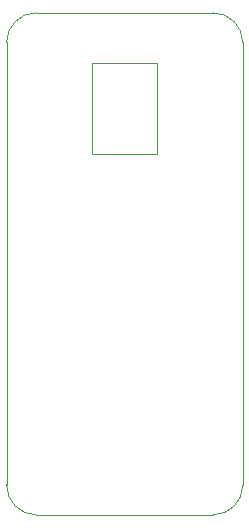
<source format=gm1>
%TF.GenerationSoftware,KiCad,Pcbnew,(6.0.4)*%
%TF.CreationDate,2023-01-26T18:28:49+01:00*%
%TF.ProjectId,hair-01,68616972-2d30-4312-9e6b-696361645f70,rev?*%
%TF.SameCoordinates,Original*%
%TF.FileFunction,Profile,NP*%
%FSLAX46Y46*%
G04 Gerber Fmt 4.6, Leading zero omitted, Abs format (unit mm)*
G04 Created by KiCad (PCBNEW (6.0.4)) date 2023-01-26 18:28:49*
%MOMM*%
%LPD*%
G01*
G04 APERTURE LIST*
%TA.AperFunction,Profile*%
%ADD10C,0.100000*%
%TD*%
%TA.AperFunction,Profile*%
%ADD11C,0.120000*%
%TD*%
G04 APERTURE END LIST*
D10*
X158590000Y-78700000D02*
X158590000Y-116200000D01*
X141090000Y-76200000D02*
G75*
G03*
X138590000Y-78700000I0J-2500000D01*
G01*
X141090000Y-76200000D02*
X156090000Y-76200000D01*
X158590000Y-78700000D02*
G75*
G03*
X156090000Y-76200000I-2500000J0D01*
G01*
X156090000Y-118700000D02*
G75*
G03*
X158590000Y-116200000I0J2500000D01*
G01*
X141090000Y-118700000D02*
X156090000Y-118700000D01*
X138590000Y-116150000D02*
X138590000Y-78700000D01*
X138590000Y-116150000D02*
G75*
G03*
X141090000Y-118700000I2525000J-25000D01*
G01*
D11*
X145840000Y-80475000D02*
X151340000Y-80475000D01*
X145840000Y-88175000D02*
X145840000Y-80475000D01*
X151340000Y-80475000D02*
X151340000Y-88175000D01*
X145840000Y-88175000D02*
X151340000Y-88175000D01*
M02*

</source>
